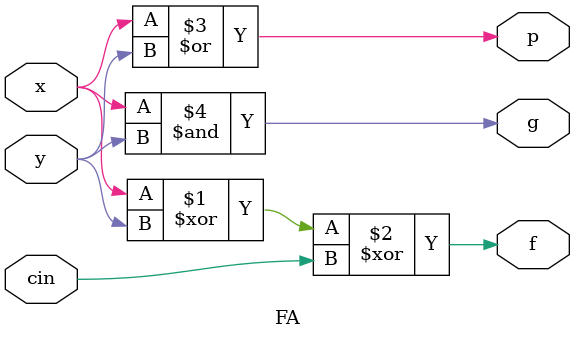
<source format=v>
`timescale 1ns / 1ps


module FA(
    input x, y, cin,
    output f, p, g
    );
    assign f = x ^ y ^ cin;
    assign p = x | y;
    assign g = x & y;
endmodule

</source>
